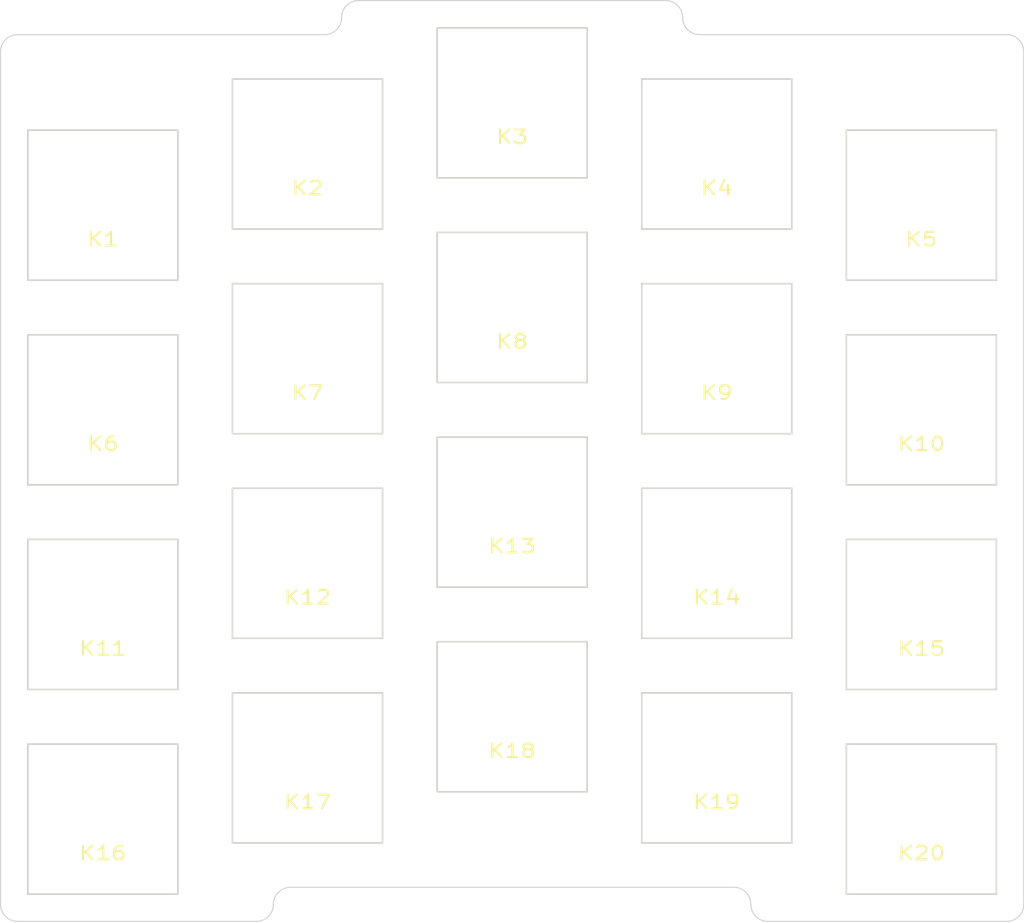
<source format=kicad_pcb>
(kicad_pcb (version 4) (host pcbnew 4.0.7+dfsg1-1)

  (general
    (links 0)
    (no_connects 0)
    (area 25.471429 38.9875 139.628572 129.3875)
    (thickness 1.6)
    (drawings 28)
    (tracks 0)
    (zones 0)
    (modules 27)
    (nets 1)
  )

  (page A4)
  (layers
    (0 F.Cu signal)
    (31 B.Cu signal)
    (32 B.Adhes user hide)
    (33 F.Adhes user hide)
    (34 B.Paste user hide)
    (35 F.Paste user hide)
    (36 B.SilkS user)
    (37 F.SilkS user)
    (38 B.Mask user hide)
    (39 F.Mask user hide)
    (40 Dwgs.User user hide)
    (41 Cmts.User user)
    (42 Eco1.User user hide)
    (44 Edge.Cuts user)
    (45 Margin user hide)
    (46 B.CrtYd user hide)
    (47 F.CrtYd user hide)
    (48 B.Fab user hide)
    (49 F.Fab user hide)
  )

  (setup
    (last_trace_width 0.25)
    (trace_clearance 0.2)
    (zone_clearance 0.508)
    (zone_45_only no)
    (trace_min 0.2)
    (segment_width 0.2)
    (edge_width 0.1)
    (via_size 0.6)
    (via_drill 0.4)
    (via_min_size 0.4)
    (via_min_drill 0.3)
    (uvia_size 0.3)
    (uvia_drill 0.1)
    (uvias_allowed no)
    (uvia_min_size 0.2)
    (uvia_min_drill 0.1)
    (pcb_text_width 0.3)
    (pcb_text_size 1.5 1.5)
    (mod_edge_width 0.15)
    (mod_text_size 1 1)
    (mod_text_width 0.15)
    (pad_size 1.5 1.5)
    (pad_drill 0.6)
    (pad_to_mask_clearance 0)
    (aux_axis_origin 0 0)
    (visible_elements FFFFFF7F)
    (pcbplotparams
      (layerselection 0x010f0_80000001)
      (usegerberextensions false)
      (usegerberattributes true)
      (excludeedgelayer false)
      (linewidth 0.150000)
      (plotframeref false)
      (viasonmask false)
      (mode 1)
      (useauxorigin true)
      (hpglpennumber 1)
      (hpglpenspeed 20)
      (hpglpendiameter 15)
      (hpglpenoverlay 2)
      (psnegative false)
      (psa4output false)
      (plotreference true)
      (plotvalue true)
      (plotinvisibletext false)
      (padsonsilk false)
      (subtractmaskfromsilk false)
      (outputformat 1)
      (mirror false)
      (drillshape 0)
      (scaleselection 1)
      (outputdirectory plots_top/))
  )

  (net 0 "")

  (net_class Default "This is the default net class."
    (clearance 0.2)
    (trace_width 0.25)
    (via_dia 0.6)
    (via_drill 0.4)
    (uvia_dia 0.3)
    (uvia_drill 0.1)
  )

  (module Mounting_Holes:MountingHole_2.2mm_M2_DIN965 (layer F.Cu) (tedit 5AB86790) (tstamp 5AC8C700)
    (at 70.64375 43.65625)
    (descr "Mounting Hole 2.2mm, no annular, M2, DIN965")
    (tags "mounting hole 2.2mm no annular m2 din965")
    (fp_text reference REF** (at 0 -2.9) (layer F.SilkS) hide
      (effects (font (size 1 1) (thickness 0.15)))
    )
    (fp_text value MountingHole_2.2mm_M2_DIN965 (at 0 2.9) (layer F.Fab)
      (effects (font (size 1 1) (thickness 0.15)))
    )
    (fp_circle (center 0 0) (end 1.9 0) (layer Cmts.User) (width 0.15))
    (fp_circle (center 0 0) (end 2.15 0) (layer F.CrtYd) (width 0.05))
    (pad 1 np_thru_hole circle (at 0 0) (size 2.2 2.2) (drill 2.2) (layers *.Cu *.Mask))
  )

  (module Mounting_Holes:MountingHole_2.2mm_M2_DIN965 (layer F.Cu) (tedit 5AB8678E) (tstamp 5AC8C707)
    (at 38.1 47.625)
    (descr "Mounting Hole 2.2mm, no annular, M2, DIN965")
    (tags "mounting hole 2.2mm no annular m2 din965")
    (fp_text reference REF** (at 0 -2.9) (layer F.SilkS) hide
      (effects (font (size 1 1) (thickness 0.15)))
    )
    (fp_text value MountingHole_2.2mm_M2_DIN965 (at 0 2.9) (layer F.Fab)
      (effects (font (size 1 1) (thickness 0.15)))
    )
    (fp_circle (center 0 0) (end 1.9 0) (layer Cmts.User) (width 0.15))
    (fp_circle (center 0 0) (end 2.15 0) (layer F.CrtYd) (width 0.05))
    (pad 1 np_thru_hole circle (at 0 0) (size 2.2 2.2) (drill 2.2) (layers *.Cu *.Mask))
  )

  (module Mounting_Holes:MountingHole_2.2mm_M2_DIN965 (layer F.Cu) (tedit 5AB86792) (tstamp 5AC8C70E)
    (at 94.45625 43.65625)
    (descr "Mounting Hole 2.2mm, no annular, M2, DIN965")
    (tags "mounting hole 2.2mm no annular m2 din965")
    (fp_text reference REF** (at 0 -2.9) (layer F.SilkS) hide
      (effects (font (size 1 1) (thickness 0.15)))
    )
    (fp_text value MountingHole_2.2mm_M2_DIN965 (at 0 2.9) (layer F.Fab)
      (effects (font (size 1 1) (thickness 0.15)))
    )
    (fp_circle (center 0 0) (end 1.9 0) (layer Cmts.User) (width 0.15))
    (fp_circle (center 0 0) (end 2.15 0) (layer F.CrtYd) (width 0.05))
    (pad 1 np_thru_hole circle (at 0 0) (size 2.2 2.2) (drill 2.2) (layers *.Cu *.Mask))
  )

  (module Mounting_Holes:MountingHole_2.2mm_M2_DIN965 (layer F.Cu) (tedit 5AB86794) (tstamp 5AC8C715)
    (at 127 47.625)
    (descr "Mounting Hole 2.2mm, no annular, M2, DIN965")
    (tags "mounting hole 2.2mm no annular m2 din965")
    (fp_text reference REF** (at 0 -2.9) (layer F.SilkS) hide
      (effects (font (size 1 1) (thickness 0.15)))
    )
    (fp_text value MountingHole_2.2mm_M2_DIN965 (at 0 2.9) (layer F.Fab)
      (effects (font (size 1 1) (thickness 0.15)))
    )
    (fp_circle (center 0 0) (end 1.9 0) (layer Cmts.User) (width 0.15))
    (fp_circle (center 0 0) (end 2.15 0) (layer F.CrtYd) (width 0.05))
    (pad 1 np_thru_hole circle (at 0 0) (size 2.2 2.2) (drill 2.2) (layers *.Cu *.Mask))
  )

  (module Mounting_Holes:MountingHole_2.2mm_M2_DIN965 (layer F.Cu) (tedit 5AB8678A) (tstamp 5AC8C71C)
    (at 56.35625 124.61875)
    (descr "Mounting Hole 2.2mm, no annular, M2, DIN965")
    (tags "mounting hole 2.2mm no annular m2 din965")
    (fp_text reference REF** (at 0 -2.9) (layer F.SilkS) hide
      (effects (font (size 1 1) (thickness 0.15)))
    )
    (fp_text value MountingHole_2.2mm_M2_DIN965 (at 0 2.9) (layer F.Fab)
      (effects (font (size 1 1) (thickness 0.15)))
    )
    (fp_circle (center 0 0) (end 1.9 0) (layer Cmts.User) (width 0.15))
    (fp_circle (center 0 0) (end 2.15 0) (layer F.CrtYd) (width 0.05))
    (pad 1 np_thru_hole circle (at 0 0) (size 2.2 2.2) (drill 2.2) (layers *.Cu *.Mask))
  )

  (module Mounting_Holes:MountingHole_2.2mm_M2_DIN965 (layer F.Cu) (tedit 5AB86777) (tstamp 5AC8C723)
    (at 108.74375 124.61875)
    (descr "Mounting Hole 2.2mm, no annular, M2, DIN965")
    (tags "mounting hole 2.2mm no annular m2 din965")
    (fp_text reference REF** (at 0 -2.9) (layer F.SilkS) hide
      (effects (font (size 1 1) (thickness 0.15)))
    )
    (fp_text value MountingHole_2.2mm_M2_DIN965 (at 0 2.9) (layer F.Fab)
      (effects (font (size 1 1) (thickness 0.15)))
    )
    (fp_circle (center 0 0) (end 1.9 0) (layer Cmts.User) (width 0.15))
    (fp_circle (center 0 0) (end 2.15 0) (layer F.CrtYd) (width 0.05))
    (pad 1 np_thru_hole circle (at 0 0) (size 2.2 2.2) (drill 2.2) (layers *.Cu *.Mask))
  )

  (module Mounting_Holes:MountingHole_2.2mm_M2_DIN965 (layer F.Cu) (tedit 5AB8677F) (tstamp 5AC8C72A)
    (at 82.55 120.65)
    (descr "Mounting Hole 2.2mm, no annular, M2, DIN965")
    (tags "mounting hole 2.2mm no annular m2 din965")
    (fp_text reference REF** (at 0 -2.9) (layer F.SilkS) hide
      (effects (font (size 1 1) (thickness 0.15)))
    )
    (fp_text value MountingHole_2.2mm_M2_DIN965 (at 0 2.9) (layer F.Fab)
      (effects (font (size 1 1) (thickness 0.15)))
    )
    (fp_circle (center 0 0) (end 1.9 0) (layer Cmts.User) (width 0.15))
    (fp_circle (center 0 0) (end 2.15 0) (layer F.CrtYd) (width 0.05))
    (pad 1 np_thru_hole circle (at 0 0) (size 2.2 2.2) (drill 2.2) (layers *.Cu *.Mask))
  )

  (module keyboard_parts:CHERRY_CUTOUT_100H (layer F.Cu) (tedit 5AB868A9) (tstamp 5AB8454E)
    (at 101.6 55.5625)
    (path /5AACBE2F)
    (fp_text reference K4 (at 0 3.175) (layer F.SilkS)
      (effects (font (size 1.27 1.524) (thickness 0.2032)))
    )
    (fp_text value KEYSW (at 0 5.08) (layer F.SilkS) hide
      (effects (font (size 1.27 1.524) (thickness 0.2032)))
    )
    (fp_text user 1.00u (at -5.715 8.255) (layer Dwgs.User)
      (effects (font (thickness 0.3048)))
    )
    (fp_line (start -9.398 -9.398) (end 9.398 -9.398) (layer Dwgs.User) (width 0.1524))
    (fp_line (start 9.398 -9.398) (end 9.398 9.398) (layer Dwgs.User) (width 0.1524))
    (fp_line (start 9.398 9.398) (end -9.398 9.398) (layer Dwgs.User) (width 0.1524))
    (fp_line (start -9.398 9.398) (end -9.398 -9.398) (layer Dwgs.User) (width 0.1524))
    (fp_line (start -6.985 -6.985) (end 6.985 -6.985) (layer Edge.Cuts) (width 0.1524))
    (fp_line (start 6.985 -6.985) (end 6.985 6.985) (layer Edge.Cuts) (width 0.1524))
    (fp_line (start 6.985 6.985) (end -6.985 6.985) (layer Edge.Cuts) (width 0.1524))
    (fp_line (start -6.985 6.985) (end -6.985 -6.985) (layer Edge.Cuts) (width 0.1524))
  )

  (module keyboard_parts:CHERRY_CUTOUT_100H (layer F.Cu) (tedit 5AB868A9) (tstamp 5AB84533)
    (at 44.45 60.325)
    (path /5AAC8031)
    (fp_text reference K1 (at 0 3.175) (layer F.SilkS)
      (effects (font (size 1.27 1.524) (thickness 0.2032)))
    )
    (fp_text value KEYSW (at 0 5.08) (layer F.SilkS) hide
      (effects (font (size 1.27 1.524) (thickness 0.2032)))
    )
    (fp_text user 1.00u (at -5.715 8.255) (layer Dwgs.User)
      (effects (font (thickness 0.3048)))
    )
    (fp_line (start -9.398 -9.398) (end 9.398 -9.398) (layer Dwgs.User) (width 0.1524))
    (fp_line (start 9.398 -9.398) (end 9.398 9.398) (layer Dwgs.User) (width 0.1524))
    (fp_line (start 9.398 9.398) (end -9.398 9.398) (layer Dwgs.User) (width 0.1524))
    (fp_line (start -9.398 9.398) (end -9.398 -9.398) (layer Dwgs.User) (width 0.1524))
    (fp_line (start -6.985 -6.985) (end 6.985 -6.985) (layer Edge.Cuts) (width 0.1524))
    (fp_line (start 6.985 -6.985) (end 6.985 6.985) (layer Edge.Cuts) (width 0.1524))
    (fp_line (start 6.985 6.985) (end -6.985 6.985) (layer Edge.Cuts) (width 0.1524))
    (fp_line (start -6.985 6.985) (end -6.985 -6.985) (layer Edge.Cuts) (width 0.1524))
  )

  (module keyboard_parts:CHERRY_CUTOUT_100H (layer F.Cu) (tedit 5AB868A9) (tstamp 5AB8453C)
    (at 63.5 55.5625)
    (path /5AAC96A5)
    (fp_text reference K2 (at 0 3.175) (layer F.SilkS)
      (effects (font (size 1.27 1.524) (thickness 0.2032)))
    )
    (fp_text value KEYSW (at 0 5.08) (layer F.SilkS) hide
      (effects (font (size 1.27 1.524) (thickness 0.2032)))
    )
    (fp_text user 1.00u (at -5.715 8.255) (layer Dwgs.User)
      (effects (font (thickness 0.3048)))
    )
    (fp_line (start -9.398 -9.398) (end 9.398 -9.398) (layer Dwgs.User) (width 0.1524))
    (fp_line (start 9.398 -9.398) (end 9.398 9.398) (layer Dwgs.User) (width 0.1524))
    (fp_line (start 9.398 9.398) (end -9.398 9.398) (layer Dwgs.User) (width 0.1524))
    (fp_line (start -9.398 9.398) (end -9.398 -9.398) (layer Dwgs.User) (width 0.1524))
    (fp_line (start -6.985 -6.985) (end 6.985 -6.985) (layer Edge.Cuts) (width 0.1524))
    (fp_line (start 6.985 -6.985) (end 6.985 6.985) (layer Edge.Cuts) (width 0.1524))
    (fp_line (start 6.985 6.985) (end -6.985 6.985) (layer Edge.Cuts) (width 0.1524))
    (fp_line (start -6.985 6.985) (end -6.985 -6.985) (layer Edge.Cuts) (width 0.1524))
  )

  (module keyboard_parts:CHERRY_CUTOUT_100H (layer F.Cu) (tedit 5AB868A9) (tstamp 5AB84545)
    (at 82.55 50.8)
    (path /5AACBDF7)
    (fp_text reference K3 (at 0 3.175) (layer F.SilkS)
      (effects (font (size 1.27 1.524) (thickness 0.2032)))
    )
    (fp_text value KEYSW (at 0 5.08) (layer F.SilkS) hide
      (effects (font (size 1.27 1.524) (thickness 0.2032)))
    )
    (fp_text user 1.00u (at -5.715 8.255) (layer Dwgs.User)
      (effects (font (thickness 0.3048)))
    )
    (fp_line (start -9.398 -9.398) (end 9.398 -9.398) (layer Dwgs.User) (width 0.1524))
    (fp_line (start 9.398 -9.398) (end 9.398 9.398) (layer Dwgs.User) (width 0.1524))
    (fp_line (start 9.398 9.398) (end -9.398 9.398) (layer Dwgs.User) (width 0.1524))
    (fp_line (start -9.398 9.398) (end -9.398 -9.398) (layer Dwgs.User) (width 0.1524))
    (fp_line (start -6.985 -6.985) (end 6.985 -6.985) (layer Edge.Cuts) (width 0.1524))
    (fp_line (start 6.985 -6.985) (end 6.985 6.985) (layer Edge.Cuts) (width 0.1524))
    (fp_line (start 6.985 6.985) (end -6.985 6.985) (layer Edge.Cuts) (width 0.1524))
    (fp_line (start -6.985 6.985) (end -6.985 -6.985) (layer Edge.Cuts) (width 0.1524))
  )

  (module keyboard_parts:CHERRY_CUTOUT_100H (layer F.Cu) (tedit 5AB868A9) (tstamp 5AB84557)
    (at 120.65 60.325)
    (path /5AACCE4A)
    (fp_text reference K5 (at 0 3.175) (layer F.SilkS)
      (effects (font (size 1.27 1.524) (thickness 0.2032)))
    )
    (fp_text value KEYSW (at 0 5.08) (layer F.SilkS) hide
      (effects (font (size 1.27 1.524) (thickness 0.2032)))
    )
    (fp_text user 1.00u (at -5.715 8.255) (layer Dwgs.User)
      (effects (font (thickness 0.3048)))
    )
    (fp_line (start -9.398 -9.398) (end 9.398 -9.398) (layer Dwgs.User) (width 0.1524))
    (fp_line (start 9.398 -9.398) (end 9.398 9.398) (layer Dwgs.User) (width 0.1524))
    (fp_line (start 9.398 9.398) (end -9.398 9.398) (layer Dwgs.User) (width 0.1524))
    (fp_line (start -9.398 9.398) (end -9.398 -9.398) (layer Dwgs.User) (width 0.1524))
    (fp_line (start -6.985 -6.985) (end 6.985 -6.985) (layer Edge.Cuts) (width 0.1524))
    (fp_line (start 6.985 -6.985) (end 6.985 6.985) (layer Edge.Cuts) (width 0.1524))
    (fp_line (start 6.985 6.985) (end -6.985 6.985) (layer Edge.Cuts) (width 0.1524))
    (fp_line (start -6.985 6.985) (end -6.985 -6.985) (layer Edge.Cuts) (width 0.1524))
  )

  (module keyboard_parts:CHERRY_CUTOUT_100H (layer F.Cu) (tedit 5AB868A9) (tstamp 5AB84560)
    (at 44.45 79.375)
    (path /5AAC88F5)
    (fp_text reference K6 (at 0 3.175) (layer F.SilkS)
      (effects (font (size 1.27 1.524) (thickness 0.2032)))
    )
    (fp_text value KEYSW (at 0 5.08) (layer F.SilkS) hide
      (effects (font (size 1.27 1.524) (thickness 0.2032)))
    )
    (fp_text user 1.00u (at -5.715 8.255) (layer Dwgs.User)
      (effects (font (thickness 0.3048)))
    )
    (fp_line (start -9.398 -9.398) (end 9.398 -9.398) (layer Dwgs.User) (width 0.1524))
    (fp_line (start 9.398 -9.398) (end 9.398 9.398) (layer Dwgs.User) (width 0.1524))
    (fp_line (start 9.398 9.398) (end -9.398 9.398) (layer Dwgs.User) (width 0.1524))
    (fp_line (start -9.398 9.398) (end -9.398 -9.398) (layer Dwgs.User) (width 0.1524))
    (fp_line (start -6.985 -6.985) (end 6.985 -6.985) (layer Edge.Cuts) (width 0.1524))
    (fp_line (start 6.985 -6.985) (end 6.985 6.985) (layer Edge.Cuts) (width 0.1524))
    (fp_line (start 6.985 6.985) (end -6.985 6.985) (layer Edge.Cuts) (width 0.1524))
    (fp_line (start -6.985 6.985) (end -6.985 -6.985) (layer Edge.Cuts) (width 0.1524))
  )

  (module keyboard_parts:CHERRY_CUTOUT_100H (layer F.Cu) (tedit 5AB868A9) (tstamp 5AB84569)
    (at 63.5 74.6125)
    (path /5AAC96B3)
    (fp_text reference K7 (at 0 3.175) (layer F.SilkS)
      (effects (font (size 1.27 1.524) (thickness 0.2032)))
    )
    (fp_text value KEYSW (at 0 5.08) (layer F.SilkS) hide
      (effects (font (size 1.27 1.524) (thickness 0.2032)))
    )
    (fp_text user 1.00u (at -5.715 8.255) (layer Dwgs.User)
      (effects (font (thickness 0.3048)))
    )
    (fp_line (start -9.398 -9.398) (end 9.398 -9.398) (layer Dwgs.User) (width 0.1524))
    (fp_line (start 9.398 -9.398) (end 9.398 9.398) (layer Dwgs.User) (width 0.1524))
    (fp_line (start 9.398 9.398) (end -9.398 9.398) (layer Dwgs.User) (width 0.1524))
    (fp_line (start -9.398 9.398) (end -9.398 -9.398) (layer Dwgs.User) (width 0.1524))
    (fp_line (start -6.985 -6.985) (end 6.985 -6.985) (layer Edge.Cuts) (width 0.1524))
    (fp_line (start 6.985 -6.985) (end 6.985 6.985) (layer Edge.Cuts) (width 0.1524))
    (fp_line (start 6.985 6.985) (end -6.985 6.985) (layer Edge.Cuts) (width 0.1524))
    (fp_line (start -6.985 6.985) (end -6.985 -6.985) (layer Edge.Cuts) (width 0.1524))
  )

  (module keyboard_parts:CHERRY_CUTOUT_100H (layer F.Cu) (tedit 5AB868A9) (tstamp 5AB84572)
    (at 82.55 69.85)
    (path /5AACBE05)
    (fp_text reference K8 (at 0 3.175) (layer F.SilkS)
      (effects (font (size 1.27 1.524) (thickness 0.2032)))
    )
    (fp_text value KEYSW (at 0 5.08) (layer F.SilkS) hide
      (effects (font (size 1.27 1.524) (thickness 0.2032)))
    )
    (fp_text user 1.00u (at -5.715 8.255) (layer Dwgs.User)
      (effects (font (thickness 0.3048)))
    )
    (fp_line (start -9.398 -9.398) (end 9.398 -9.398) (layer Dwgs.User) (width 0.1524))
    (fp_line (start 9.398 -9.398) (end 9.398 9.398) (layer Dwgs.User) (width 0.1524))
    (fp_line (start 9.398 9.398) (end -9.398 9.398) (layer Dwgs.User) (width 0.1524))
    (fp_line (start -9.398 9.398) (end -9.398 -9.398) (layer Dwgs.User) (width 0.1524))
    (fp_line (start -6.985 -6.985) (end 6.985 -6.985) (layer Edge.Cuts) (width 0.1524))
    (fp_line (start 6.985 -6.985) (end 6.985 6.985) (layer Edge.Cuts) (width 0.1524))
    (fp_line (start 6.985 6.985) (end -6.985 6.985) (layer Edge.Cuts) (width 0.1524))
    (fp_line (start -6.985 6.985) (end -6.985 -6.985) (layer Edge.Cuts) (width 0.1524))
  )

  (module keyboard_parts:CHERRY_CUTOUT_100H (layer F.Cu) (tedit 5AB868A9) (tstamp 5AB8457B)
    (at 101.6 74.6125)
    (path /5AACBE3D)
    (fp_text reference K9 (at 0 3.175) (layer F.SilkS)
      (effects (font (size 1.27 1.524) (thickness 0.2032)))
    )
    (fp_text value KEYSW (at 0 5.08) (layer F.SilkS) hide
      (effects (font (size 1.27 1.524) (thickness 0.2032)))
    )
    (fp_text user 1.00u (at -5.715 8.255) (layer Dwgs.User)
      (effects (font (thickness 0.3048)))
    )
    (fp_line (start -9.398 -9.398) (end 9.398 -9.398) (layer Dwgs.User) (width 0.1524))
    (fp_line (start 9.398 -9.398) (end 9.398 9.398) (layer Dwgs.User) (width 0.1524))
    (fp_line (start 9.398 9.398) (end -9.398 9.398) (layer Dwgs.User) (width 0.1524))
    (fp_line (start -9.398 9.398) (end -9.398 -9.398) (layer Dwgs.User) (width 0.1524))
    (fp_line (start -6.985 -6.985) (end 6.985 -6.985) (layer Edge.Cuts) (width 0.1524))
    (fp_line (start 6.985 -6.985) (end 6.985 6.985) (layer Edge.Cuts) (width 0.1524))
    (fp_line (start 6.985 6.985) (end -6.985 6.985) (layer Edge.Cuts) (width 0.1524))
    (fp_line (start -6.985 6.985) (end -6.985 -6.985) (layer Edge.Cuts) (width 0.1524))
  )

  (module keyboard_parts:CHERRY_CUTOUT_100H (layer F.Cu) (tedit 5AB868A9) (tstamp 5AB84584)
    (at 120.65 79.375)
    (path /5AACCE58)
    (fp_text reference K10 (at 0 3.175) (layer F.SilkS)
      (effects (font (size 1.27 1.524) (thickness 0.2032)))
    )
    (fp_text value KEYSW (at 0 5.08) (layer F.SilkS) hide
      (effects (font (size 1.27 1.524) (thickness 0.2032)))
    )
    (fp_text user 1.00u (at -5.715 8.255) (layer Dwgs.User)
      (effects (font (thickness 0.3048)))
    )
    (fp_line (start -9.398 -9.398) (end 9.398 -9.398) (layer Dwgs.User) (width 0.1524))
    (fp_line (start 9.398 -9.398) (end 9.398 9.398) (layer Dwgs.User) (width 0.1524))
    (fp_line (start 9.398 9.398) (end -9.398 9.398) (layer Dwgs.User) (width 0.1524))
    (fp_line (start -9.398 9.398) (end -9.398 -9.398) (layer Dwgs.User) (width 0.1524))
    (fp_line (start -6.985 -6.985) (end 6.985 -6.985) (layer Edge.Cuts) (width 0.1524))
    (fp_line (start 6.985 -6.985) (end 6.985 6.985) (layer Edge.Cuts) (width 0.1524))
    (fp_line (start 6.985 6.985) (end -6.985 6.985) (layer Edge.Cuts) (width 0.1524))
    (fp_line (start -6.985 6.985) (end -6.985 -6.985) (layer Edge.Cuts) (width 0.1524))
  )

  (module keyboard_parts:CHERRY_CUTOUT_100H (layer F.Cu) (tedit 5AB868A9) (tstamp 5AB8458D)
    (at 44.45 98.425)
    (path /5AAC8AD4)
    (fp_text reference K11 (at 0 3.175) (layer F.SilkS)
      (effects (font (size 1.27 1.524) (thickness 0.2032)))
    )
    (fp_text value KEYSW (at 0 5.08) (layer F.SilkS) hide
      (effects (font (size 1.27 1.524) (thickness 0.2032)))
    )
    (fp_text user 1.00u (at -5.715 8.255) (layer Dwgs.User)
      (effects (font (thickness 0.3048)))
    )
    (fp_line (start -9.398 -9.398) (end 9.398 -9.398) (layer Dwgs.User) (width 0.1524))
    (fp_line (start 9.398 -9.398) (end 9.398 9.398) (layer Dwgs.User) (width 0.1524))
    (fp_line (start 9.398 9.398) (end -9.398 9.398) (layer Dwgs.User) (width 0.1524))
    (fp_line (start -9.398 9.398) (end -9.398 -9.398) (layer Dwgs.User) (width 0.1524))
    (fp_line (start -6.985 -6.985) (end 6.985 -6.985) (layer Edge.Cuts) (width 0.1524))
    (fp_line (start 6.985 -6.985) (end 6.985 6.985) (layer Edge.Cuts) (width 0.1524))
    (fp_line (start 6.985 6.985) (end -6.985 6.985) (layer Edge.Cuts) (width 0.1524))
    (fp_line (start -6.985 6.985) (end -6.985 -6.985) (layer Edge.Cuts) (width 0.1524))
  )

  (module keyboard_parts:CHERRY_CUTOUT_100H (layer F.Cu) (tedit 5AB868A9) (tstamp 5AB84596)
    (at 63.5 93.6625)
    (path /5AAC96C1)
    (fp_text reference K12 (at 0 3.175) (layer F.SilkS)
      (effects (font (size 1.27 1.524) (thickness 0.2032)))
    )
    (fp_text value KEYSW (at 0 5.08) (layer F.SilkS) hide
      (effects (font (size 1.27 1.524) (thickness 0.2032)))
    )
    (fp_text user 1.00u (at -5.715 8.255) (layer Dwgs.User)
      (effects (font (thickness 0.3048)))
    )
    (fp_line (start -9.398 -9.398) (end 9.398 -9.398) (layer Dwgs.User) (width 0.1524))
    (fp_line (start 9.398 -9.398) (end 9.398 9.398) (layer Dwgs.User) (width 0.1524))
    (fp_line (start 9.398 9.398) (end -9.398 9.398) (layer Dwgs.User) (width 0.1524))
    (fp_line (start -9.398 9.398) (end -9.398 -9.398) (layer Dwgs.User) (width 0.1524))
    (fp_line (start -6.985 -6.985) (end 6.985 -6.985) (layer Edge.Cuts) (width 0.1524))
    (fp_line (start 6.985 -6.985) (end 6.985 6.985) (layer Edge.Cuts) (width 0.1524))
    (fp_line (start 6.985 6.985) (end -6.985 6.985) (layer Edge.Cuts) (width 0.1524))
    (fp_line (start -6.985 6.985) (end -6.985 -6.985) (layer Edge.Cuts) (width 0.1524))
  )

  (module keyboard_parts:CHERRY_CUTOUT_100H (layer F.Cu) (tedit 5AB868A9) (tstamp 5AB8459F)
    (at 82.55 88.9)
    (path /5AACBE13)
    (fp_text reference K13 (at 0 3.175) (layer F.SilkS)
      (effects (font (size 1.27 1.524) (thickness 0.2032)))
    )
    (fp_text value KEYSW (at 0 5.08) (layer F.SilkS) hide
      (effects (font (size 1.27 1.524) (thickness 0.2032)))
    )
    (fp_text user 1.00u (at -5.715 8.255) (layer Dwgs.User)
      (effects (font (thickness 0.3048)))
    )
    (fp_line (start -9.398 -9.398) (end 9.398 -9.398) (layer Dwgs.User) (width 0.1524))
    (fp_line (start 9.398 -9.398) (end 9.398 9.398) (layer Dwgs.User) (width 0.1524))
    (fp_line (start 9.398 9.398) (end -9.398 9.398) (layer Dwgs.User) (width 0.1524))
    (fp_line (start -9.398 9.398) (end -9.398 -9.398) (layer Dwgs.User) (width 0.1524))
    (fp_line (start -6.985 -6.985) (end 6.985 -6.985) (layer Edge.Cuts) (width 0.1524))
    (fp_line (start 6.985 -6.985) (end 6.985 6.985) (layer Edge.Cuts) (width 0.1524))
    (fp_line (start 6.985 6.985) (end -6.985 6.985) (layer Edge.Cuts) (width 0.1524))
    (fp_line (start -6.985 6.985) (end -6.985 -6.985) (layer Edge.Cuts) (width 0.1524))
  )

  (module keyboard_parts:CHERRY_CUTOUT_100H (layer F.Cu) (tedit 5AB868A9) (tstamp 5AB845A8)
    (at 101.6 93.6625)
    (path /5AACBE4B)
    (fp_text reference K14 (at 0 3.175) (layer F.SilkS)
      (effects (font (size 1.27 1.524) (thickness 0.2032)))
    )
    (fp_text value KEYSW (at 0 5.08) (layer F.SilkS) hide
      (effects (font (size 1.27 1.524) (thickness 0.2032)))
    )
    (fp_text user 1.00u (at -5.715 8.255) (layer Dwgs.User)
      (effects (font (thickness 0.3048)))
    )
    (fp_line (start -9.398 -9.398) (end 9.398 -9.398) (layer Dwgs.User) (width 0.1524))
    (fp_line (start 9.398 -9.398) (end 9.398 9.398) (layer Dwgs.User) (width 0.1524))
    (fp_line (start 9.398 9.398) (end -9.398 9.398) (layer Dwgs.User) (width 0.1524))
    (fp_line (start -9.398 9.398) (end -9.398 -9.398) (layer Dwgs.User) (width 0.1524))
    (fp_line (start -6.985 -6.985) (end 6.985 -6.985) (layer Edge.Cuts) (width 0.1524))
    (fp_line (start 6.985 -6.985) (end 6.985 6.985) (layer Edge.Cuts) (width 0.1524))
    (fp_line (start 6.985 6.985) (end -6.985 6.985) (layer Edge.Cuts) (width 0.1524))
    (fp_line (start -6.985 6.985) (end -6.985 -6.985) (layer Edge.Cuts) (width 0.1524))
  )

  (module keyboard_parts:CHERRY_CUTOUT_100H (layer F.Cu) (tedit 5AB868A9) (tstamp 5AB845B1)
    (at 120.65 98.425)
    (path /5AACCE66)
    (fp_text reference K15 (at 0 3.175) (layer F.SilkS)
      (effects (font (size 1.27 1.524) (thickness 0.2032)))
    )
    (fp_text value KEYSW (at 0 5.08) (layer F.SilkS) hide
      (effects (font (size 1.27 1.524) (thickness 0.2032)))
    )
    (fp_text user 1.00u (at -5.715 8.255) (layer Dwgs.User)
      (effects (font (thickness 0.3048)))
    )
    (fp_line (start -9.398 -9.398) (end 9.398 -9.398) (layer Dwgs.User) (width 0.1524))
    (fp_line (start 9.398 -9.398) (end 9.398 9.398) (layer Dwgs.User) (width 0.1524))
    (fp_line (start 9.398 9.398) (end -9.398 9.398) (layer Dwgs.User) (width 0.1524))
    (fp_line (start -9.398 9.398) (end -9.398 -9.398) (layer Dwgs.User) (width 0.1524))
    (fp_line (start -6.985 -6.985) (end 6.985 -6.985) (layer Edge.Cuts) (width 0.1524))
    (fp_line (start 6.985 -6.985) (end 6.985 6.985) (layer Edge.Cuts) (width 0.1524))
    (fp_line (start 6.985 6.985) (end -6.985 6.985) (layer Edge.Cuts) (width 0.1524))
    (fp_line (start -6.985 6.985) (end -6.985 -6.985) (layer Edge.Cuts) (width 0.1524))
  )

  (module keyboard_parts:CHERRY_CUTOUT_100H (layer F.Cu) (tedit 5AB868A9) (tstamp 5AB845DE)
    (at 120.65 117.475)
    (path /5AACCE74)
    (fp_text reference K20 (at 0 3.175) (layer F.SilkS)
      (effects (font (size 1.27 1.524) (thickness 0.2032)))
    )
    (fp_text value KEYSW (at 0 5.08) (layer F.SilkS) hide
      (effects (font (size 1.27 1.524) (thickness 0.2032)))
    )
    (fp_text user 1.00u (at -5.715 8.255) (layer Dwgs.User)
      (effects (font (thickness 0.3048)))
    )
    (fp_line (start -9.398 -9.398) (end 9.398 -9.398) (layer Dwgs.User) (width 0.1524))
    (fp_line (start 9.398 -9.398) (end 9.398 9.398) (layer Dwgs.User) (width 0.1524))
    (fp_line (start 9.398 9.398) (end -9.398 9.398) (layer Dwgs.User) (width 0.1524))
    (fp_line (start -9.398 9.398) (end -9.398 -9.398) (layer Dwgs.User) (width 0.1524))
    (fp_line (start -6.985 -6.985) (end 6.985 -6.985) (layer Edge.Cuts) (width 0.1524))
    (fp_line (start 6.985 -6.985) (end 6.985 6.985) (layer Edge.Cuts) (width 0.1524))
    (fp_line (start 6.985 6.985) (end -6.985 6.985) (layer Edge.Cuts) (width 0.1524))
    (fp_line (start -6.985 6.985) (end -6.985 -6.985) (layer Edge.Cuts) (width 0.1524))
  )

  (module keyboard_parts:CHERRY_CUTOUT_100H (layer F.Cu) (tedit 5AB868A9) (tstamp 5AB845D5)
    (at 101.6 112.7125)
    (path /5AB85755)
    (fp_text reference K19 (at 0 3.175) (layer F.SilkS)
      (effects (font (size 1.27 1.524) (thickness 0.2032)))
    )
    (fp_text value KEYSW (at 0 5.08) (layer F.SilkS) hide
      (effects (font (size 1.27 1.524) (thickness 0.2032)))
    )
    (fp_text user 1.00u (at -5.715 8.255) (layer Dwgs.User)
      (effects (font (thickness 0.3048)))
    )
    (fp_line (start -9.398 -9.398) (end 9.398 -9.398) (layer Dwgs.User) (width 0.1524))
    (fp_line (start 9.398 -9.398) (end 9.398 9.398) (layer Dwgs.User) (width 0.1524))
    (fp_line (start 9.398 9.398) (end -9.398 9.398) (layer Dwgs.User) (width 0.1524))
    (fp_line (start -9.398 9.398) (end -9.398 -9.398) (layer Dwgs.User) (width 0.1524))
    (fp_line (start -6.985 -6.985) (end 6.985 -6.985) (layer Edge.Cuts) (width 0.1524))
    (fp_line (start 6.985 -6.985) (end 6.985 6.985) (layer Edge.Cuts) (width 0.1524))
    (fp_line (start 6.985 6.985) (end -6.985 6.985) (layer Edge.Cuts) (width 0.1524))
    (fp_line (start -6.985 6.985) (end -6.985 -6.985) (layer Edge.Cuts) (width 0.1524))
  )

  (module keyboard_parts:CHERRY_CUTOUT_100H (layer F.Cu) (tedit 5AB868A9) (tstamp 5AB845CC)
    (at 82.55 107.95)
    (path /5AACBE21)
    (fp_text reference K18 (at 0 3.175) (layer F.SilkS)
      (effects (font (size 1.27 1.524) (thickness 0.2032)))
    )
    (fp_text value KEYSW (at 0 5.08) (layer F.SilkS) hide
      (effects (font (size 1.27 1.524) (thickness 0.2032)))
    )
    (fp_text user 1.00u (at -5.715 8.255) (layer Dwgs.User)
      (effects (font (thickness 0.3048)))
    )
    (fp_line (start -9.398 -9.398) (end 9.398 -9.398) (layer Dwgs.User) (width 0.1524))
    (fp_line (start 9.398 -9.398) (end 9.398 9.398) (layer Dwgs.User) (width 0.1524))
    (fp_line (start 9.398 9.398) (end -9.398 9.398) (layer Dwgs.User) (width 0.1524))
    (fp_line (start -9.398 9.398) (end -9.398 -9.398) (layer Dwgs.User) (width 0.1524))
    (fp_line (start -6.985 -6.985) (end 6.985 -6.985) (layer Edge.Cuts) (width 0.1524))
    (fp_line (start 6.985 -6.985) (end 6.985 6.985) (layer Edge.Cuts) (width 0.1524))
    (fp_line (start 6.985 6.985) (end -6.985 6.985) (layer Edge.Cuts) (width 0.1524))
    (fp_line (start -6.985 6.985) (end -6.985 -6.985) (layer Edge.Cuts) (width 0.1524))
  )

  (module keyboard_parts:CHERRY_CUTOUT_100H (layer F.Cu) (tedit 5AB868A9) (tstamp 5AB845C3)
    (at 63.5 112.7125)
    (path /5AB8566C)
    (fp_text reference K17 (at 0 3.175) (layer F.SilkS)
      (effects (font (size 1.27 1.524) (thickness 0.2032)))
    )
    (fp_text value KEYSW (at 0 5.08) (layer F.SilkS) hide
      (effects (font (size 1.27 1.524) (thickness 0.2032)))
    )
    (fp_text user 1.00u (at -5.715 8.255) (layer Dwgs.User)
      (effects (font (thickness 0.3048)))
    )
    (fp_line (start -9.398 -9.398) (end 9.398 -9.398) (layer Dwgs.User) (width 0.1524))
    (fp_line (start 9.398 -9.398) (end 9.398 9.398) (layer Dwgs.User) (width 0.1524))
    (fp_line (start 9.398 9.398) (end -9.398 9.398) (layer Dwgs.User) (width 0.1524))
    (fp_line (start -9.398 9.398) (end -9.398 -9.398) (layer Dwgs.User) (width 0.1524))
    (fp_line (start -6.985 -6.985) (end 6.985 -6.985) (layer Edge.Cuts) (width 0.1524))
    (fp_line (start 6.985 -6.985) (end 6.985 6.985) (layer Edge.Cuts) (width 0.1524))
    (fp_line (start 6.985 6.985) (end -6.985 6.985) (layer Edge.Cuts) (width 0.1524))
    (fp_line (start -6.985 6.985) (end -6.985 -6.985) (layer Edge.Cuts) (width 0.1524))
  )

  (module keyboard_parts:CHERRY_CUTOUT_100H (layer F.Cu) (tedit 5AB868A9) (tstamp 5AB845BA)
    (at 44.45 117.475)
    (path /5AAC8C75)
    (fp_text reference K16 (at 0 3.175) (layer F.SilkS)
      (effects (font (size 1.27 1.524) (thickness 0.2032)))
    )
    (fp_text value KEYSW (at 0 5.08) (layer F.SilkS) hide
      (effects (font (size 1.27 1.524) (thickness 0.2032)))
    )
    (fp_text user 1.00u (at -5.715 8.255) (layer Dwgs.User)
      (effects (font (thickness 0.3048)))
    )
    (fp_line (start -9.398 -9.398) (end 9.398 -9.398) (layer Dwgs.User) (width 0.1524))
    (fp_line (start 9.398 -9.398) (end 9.398 9.398) (layer Dwgs.User) (width 0.1524))
    (fp_line (start 9.398 9.398) (end -9.398 9.398) (layer Dwgs.User) (width 0.1524))
    (fp_line (start -9.398 9.398) (end -9.398 -9.398) (layer Dwgs.User) (width 0.1524))
    (fp_line (start -6.985 -6.985) (end 6.985 -6.985) (layer Edge.Cuts) (width 0.1524))
    (fp_line (start 6.985 -6.985) (end 6.985 6.985) (layer Edge.Cuts) (width 0.1524))
    (fp_line (start 6.985 6.985) (end -6.985 6.985) (layer Edge.Cuts) (width 0.1524))
    (fp_line (start -6.985 6.985) (end -6.985 -6.985) (layer Edge.Cuts) (width 0.1524))
  )

  (gr_line (start 92.075 46.0375) (end 93.6625 46.0375) (layer Cmts.User) (width 0.2))
  (gr_line (start 92.075 44.45) (end 92.075 46.0375) (layer Cmts.User) (width 0.2))
  (gr_line (start 73.025 46.0375) (end 71.4375 46.0375) (layer Cmts.User) (width 0.2))
  (gr_line (start 73.025 44.45) (end 73.025 46.0375) (layer Cmts.User) (width 0.2))
  (gr_line (start 111.125 122.2375) (end 107.95 122.2375) (layer Cmts.User) (width 0.2))
  (gr_line (start 111.125 125.4125) (end 111.125 122.2375) (layer Cmts.User) (width 0.2))
  (gr_line (start 53.975 122.2375) (end 53.975 125.4125) (layer Cmts.User) (width 0.2))
  (gr_line (start 57.15 122.2375) (end 53.975 122.2375) (layer Cmts.User) (width 0.2))
  (gr_line (start 61.9125 123.825) (end 103.1875 123.825) (layer Edge.Cuts) (width 0.1))
  (gr_arc (start 103.1875 125.4125) (end 103.1875 123.825) (angle 90) (layer Edge.Cuts) (width 0.1))
  (gr_arc (start 61.9125 125.4125) (end 60.325 125.4125) (angle 90) (layer Edge.Cuts) (width 0.1))
  (gr_line (start 106.3625 127) (end 128.5875 127) (layer Edge.Cuts) (width 0.1))
  (gr_line (start 36.5125 127) (end 58.7375 127) (layer Edge.Cuts) (width 0.1))
  (gr_arc (start 106.3625 125.4125) (end 106.3625 127) (angle 90) (layer Edge.Cuts) (width 0.1))
  (gr_arc (start 58.7375 125.4125) (end 60.325 125.4125) (angle 90) (layer Edge.Cuts) (width 0.1))
  (gr_line (start 130.175 46.0375) (end 130.175 125.4125) (layer Edge.Cuts) (width 0.1))
  (gr_line (start 34.925 46.0375) (end 34.925 125.4125) (layer Edge.Cuts) (width 0.1))
  (gr_line (start 65.0875 44.45) (end 36.5125 44.45) (layer Edge.Cuts) (width 0.1))
  (gr_line (start 96.8375 41.275) (end 68.2625 41.275) (layer Edge.Cuts) (width 0.1))
  (gr_line (start 128.5875 44.45) (end 100.0125 44.45) (layer Edge.Cuts) (width 0.1))
  (gr_arc (start 65.0875 42.8625) (end 66.675 42.8625) (angle 90) (layer Edge.Cuts) (width 0.1))
  (gr_arc (start 100.0125 42.8625) (end 100.0125 44.45) (angle 90) (layer Edge.Cuts) (width 0.1))
  (gr_arc (start 96.8375 42.8625) (end 96.8375 41.275) (angle 90) (layer Edge.Cuts) (width 0.1))
  (gr_arc (start 68.2625 42.8625) (end 66.675 42.8625) (angle 90) (layer Edge.Cuts) (width 0.1))
  (gr_arc (start 36.5125 46.0375) (end 34.925 46.0375) (angle 90) (layer Edge.Cuts) (width 0.1))
  (gr_arc (start 128.5875 46.0375) (end 128.5875 44.45) (angle 90) (layer Edge.Cuts) (width 0.1))
  (gr_arc (start 36.5125 125.4125) (end 36.5125 127) (angle 90) (layer Edge.Cuts) (width 0.1))
  (gr_arc (start 128.5875 125.4125) (end 130.175 125.4125) (angle 90) (layer Edge.Cuts) (width 0.1))

)

</source>
